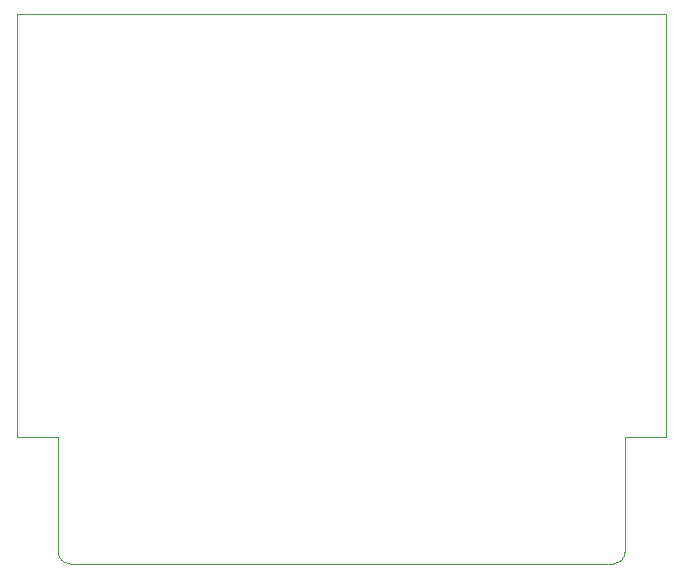
<source format=gbr>
G04 #@! TF.GenerationSoftware,KiCad,Pcbnew,(7.0.0-0)*
G04 #@! TF.CreationDate,2023-03-14T17:22:47-07:00*
G04 #@! TF.ProjectId,qcard-multicart,71636172-642d-46d7-956c-746963617274,3*
G04 #@! TF.SameCoordinates,Original*
G04 #@! TF.FileFunction,Profile,NP*
%FSLAX46Y46*%
G04 Gerber Fmt 4.6, Leading zero omitted, Abs format (unit mm)*
G04 Created by KiCad (PCBNEW (7.0.0-0)) date 2023-03-14 17:22:47*
%MOMM*%
%LPD*%
G01*
G04 APERTURE LIST*
G04 #@! TA.AperFunction,Profile*
%ADD10C,0.100000*%
G04 #@! TD*
G04 APERTURE END LIST*
D10*
X124500000Y-70750000D02*
X124500000Y-35000000D01*
X120000000Y-81500000D02*
G75*
G03*
X121000000Y-80500000I0J1000000D01*
G01*
X120000000Y-81500000D02*
X74000000Y-81500000D01*
X73000000Y-80500000D02*
G75*
G03*
X74000000Y-81500000I1000000J0D01*
G01*
X69500000Y-70750000D02*
X73000000Y-70750000D01*
X121000000Y-70750000D02*
X124500000Y-70750000D01*
X73000000Y-70750000D02*
X73000000Y-80500000D01*
X69500000Y-35000000D02*
X69500000Y-70750000D01*
X69500000Y-35000000D02*
X124500000Y-35000000D01*
X121000000Y-80500000D02*
X121000000Y-70750000D01*
M02*

</source>
